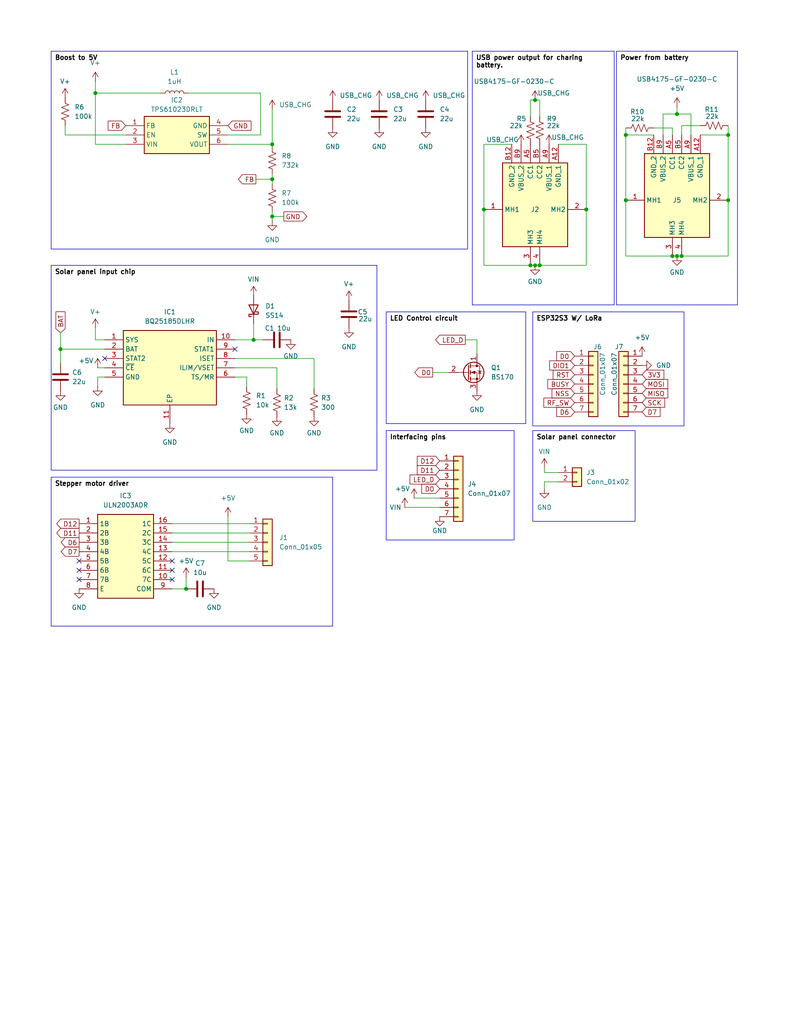
<source format=kicad_sch>
(kicad_sch (version 20250114) (generator "eeschema") (generator_version "9.0")
  (paper "A" portrait)
  (title_block (title "Buoy PCB") (date "2025-07-29") (rev "1.0") (company "EPIC Lab") (comment 1 "https://epic.eecs.utk.edu/index.html") (comment 2 "Engineers: Fahad, Imran; Barnes, Stanley"))
  (lib_symbols
    (symbol "BQ25185DLHR:BQ25185DLHR"
      (property "Reference" "IC" (at 31.75 7.62 0))
      (property "Value" "BQ25185DLHR" (at 31.75 5.08 0))
      (symbol "BQ25185DLHR_1_1"
        (rectangle (start 5.08 2.54) (end 30.48 -17.78) (stroke (width 0.254)) (fill (type background)))
        (pin passive line (at 0 0 0) (length 5.08) (name "SYS") (number "1"))
        (pin passive line (at 0 -2.54 0) (length 5.08) (name "BAT") (number "2"))
        (pin passive line (at 0 -5.08 0) (length 5.08) (name "STAT2") (number "3"))
        (pin passive line (at 0 -7.62 0) (length 5.08) (name "~{CE}") (number "4"))
        (pin passive line (at 0 -10.16 0) (length 5.08) (name "GND") (number "5"))
        (pin passive line (at 17.78 -22.86 90) (length 5.08) (name "EP") (number "11"))
        (pin passive line (at 35.56 0 180) (length 5.08) (name "IN") (number "10"))
        (pin passive line (at 35.56 -2.54 180) (length 5.08) (name "STAT1") (number "9"))
        (pin passive line (at 35.56 -5.08 180) (length 5.08) (name "ISET") (number "8"))
        (pin passive line (at 35.56 -7.62 180) (length 5.08) (name "ILIM/VSET") (number "7"))
        (pin passive line (at 35.56 -10.16 180) (length 5.08) (name "TS/MR") (number "6"))
      )
    )
    (symbol "Connector_Generic:Conn_01x02" (pin_names (offset 1.016) (hide yes))
      (property "Reference" "J" (at 0 2.54 0))
      (property "Value" "Conn_01x02" (at 0 -5.08 0))
      (symbol "Conn_01x02_1_1"
        (rectangle (start -1.27 1.27) (end 1.27 -3.81) (stroke (width 0.254)) (fill (type background)))
        (rectangle (start -1.27 0.127) (end 0 -0.127) (stroke (width 0.1524)))
        (rectangle (start -1.27 -2.413) (end 0 -2.667) (stroke (width 0.1524)))
        (pin passive line (at -5.08 0 0) (length 3.81) (name "Pin_1") (number "1"))
        (pin passive line (at -5.08 -2.54 0) (length 3.81) (name "Pin_2") (number "2"))
      )
    )
    (symbol "Connector_Generic:Conn_01x05" (pin_names (offset 1.016) (hide yes))
      (property "Reference" "J" (at 0 7.62 0))
      (property "Value" "Conn_01x05" (at 0 -7.62 0))
      (symbol "Conn_01x05_1_1"
        (rectangle (start -1.27 6.35) (end 1.27 -6.35) (stroke (width 0.254)) (fill (type background)))
        (rectangle (start -1.27 5.207) (end 0 4.953) (stroke (width 0.1524)))
        (rectangle (start -1.27 2.667) (end 0 2.413) (stroke (width 0.1524)))
        (rectangle (start -1.27 0.127) (end 0 -0.127) (stroke (width 0.1524)))
        (rectangle (start -1.27 -2.413) (end 0 -2.667) (stroke (width 0.1524)))
        (rectangle (start -1.27 -4.953) (end 0 -5.207) (stroke (width 0.1524)))
        (pin passive line (at -5.08 5.08 0) (length 3.81) (name "Pin_1") (number "1"))
        (pin passive line (at -5.08 2.54 0) (length 3.81) (name "Pin_2") (number "2"))
        (pin passive line (at -5.08 0 0) (length 3.81) (name "Pin_3") (number "3"))
        (pin passive line (at -5.08 -2.54 0) (length 3.81) (name "Pin_4") (number "4"))
        (pin passive line (at -5.08 -5.08 0) (length 3.81) (name "Pin_5") (number "5"))
      )
    )
    (symbol "Connector_Generic:Conn_01x07" (pin_names (offset 1.016) (hide yes))
      (property "Reference" "J" (at 0 10.16 0))
      (property "Value" "Conn_01x07" (at 0 -10.16 0))
      (symbol "Conn_01x07_1_1"
        (rectangle (start -1.27 8.89) (end 1.27 -8.89) (stroke (width 0.254)) (fill (type background)))
        (rectangle (start -1.27 7.747) (end 0 7.493) (stroke (width 0.1524)))
        (rectangle (start -1.27 5.207) (end 0 4.953) (stroke (width 0.1524)))
        (rectangle (start -1.27 2.667) (end 0 2.413) (stroke (width 0.1524)))
        (rectangle (start -1.27 0.127) (end 0 -0.127) (stroke (width 0.1524)))
        (rectangle (start -1.27 -2.413) (end 0 -2.667) (stroke (width 0.1524)))
        (rectangle (start -1.27 -4.953) (end 0 -5.207) (stroke (width 0.1524)))
        (rectangle (start -1.27 -7.493) (end 0 -7.747) (stroke (width 0.1524)))
        (pin passive line (at -5.08 7.62 0) (length 3.81) (name "Pin_1") (number "1"))
        (pin passive line (at -5.08 5.08 0) (length 3.81) (name "Pin_2") (number "2"))
        (pin passive line (at -5.08 2.54 0) (length 3.81) (name "Pin_3") (number "3"))
        (pin passive line (at -5.08 0 0) (length 3.81) (name "Pin_4") (number "4"))
        (pin passive line (at -5.08 -2.54 0) (length 3.81) (name "Pin_5") (number "5"))
        (pin passive line (at -5.08 -5.08 0) (length 3.81) (name "Pin_6") (number "6"))
        (pin passive line (at -5.08 -7.62 0) (length 3.81) (name "Pin_7") (number "7"))
      )
    )
    (symbol "Device:C" (pin_numbers (hide yes)) (pin_names (offset 0.254))
      (property "Reference" "C" (at 0.635 2.54 0))
      (property "Value" "C" (at 0.635 -2.54 0))
      (symbol "C_0_1"
        (polyline (pts (xy -2.032 0.762) (xy 2.032 0.762)) (stroke (width 0.508)))
        (polyline (pts (xy -2.032 -0.762) (xy 2.032 -0.762)) (stroke (width 0.508)))
      )
      (symbol "C_1_1"
        (pin passive line (at 0 3.81 270) (length 2.794) (name "~") (number "1"))
        (pin passive line (at 0 -3.81 90) (length 2.794) (name "~") (number "2"))
      )
    )
    (symbol "Device:L" (pin_numbers (hide yes)) (pin_names (offset 1.016) (hide yes))
      (property "Reference" "L" (at -1.27 0 90))
      (property "Value" "L" (at 1.905 0 90))
      (symbol "L_0_1"
        (arc (start 0 2.54) (mid 0.6323 1.905) (end 0 1.27))
        (arc (start 0 1.27) (mid 0.6323 0.635) (end 0 0))
        (arc (start 0 0) (mid 0.6323 -0.635) (end 0 -1.27))
        (arc (start 0 -1.27) (mid 0.6323 -1.905) (end 0 -2.54))
      )
      (symbol "L_1_1"
        (pin passive line (at 0 3.81 270) (length 1.27) (name "1") (number "1"))
        (pin passive line (at 0 -3.81 90) (length 1.27) (name "2") (number "2"))
      )
    )
    (symbol "Device:R_US" (pin_numbers (hide yes)) (pin_names (offset 0))
      (property "Reference" "R" (at 2.54 0 90))
      (property "Value" "R_US" (at -2.54 0 90))
      (symbol "R_US_0_1"
        (polyline (pts (xy 0 2.286) (xy 0 2.54)))
        (polyline (pts (xy 0 2.286) (xy 1.016 1.905) (xy 0 1.524) (xy -1.016 1.143) (xy 0 0.762)))
        (polyline (pts (xy 0 0.762) (xy 1.016 0.381) (xy 0 0) (xy -1.016 -0.381) (xy 0 -0.762)))
        (polyline (pts (xy 0 -0.762) (xy 1.016 -1.143) (xy 0 -1.524) (xy -1.016 -1.905) (xy 0 -2.286)))
        (polyline (pts (xy 0 -2.286) (xy 0 -2.54)))
      )
      (symbol "R_US_1_1"
        (pin passive line (at 0 3.81 270) (length 1.27) (name "~") (number "1"))
        (pin passive line (at 0 -3.81 90) (length 1.27) (name "~") (number "2"))
      )
    )
    (symbol "Diode:SS14" (pin_numbers (hide yes)) (pin_names (offset 1.016) (hide yes))
      (property "Reference" "D" (at 0 2.54 0))
      (property "Value" "SS14" (at 0 -2.54 0))
      (symbol "SS14_0_1"
        (polyline (pts (xy -1.905 0.635) (xy -1.905 1.27) (xy -1.27 1.27) (xy -1.27 -1.27) (xy -0.635 -1.27) (xy -0.635 -0.635)) (stroke (width 0.254)))
        (polyline (pts (xy 1.27 1.27) (xy 1.27 -1.27) (xy -1.27 0) (xy 1.27 1.27)) (stroke (width 0.254)))
        (polyline (pts (xy 1.27 0) (xy -1.27 0)))
      )
      (symbol "SS14_1_1"
        (pin passive line (at -3.81 0 0) (length 2.54) (name "K") (number "1"))
        (pin passive line (at 3.81 0 180) (length 2.54) (name "A") (number "2"))
      )
    )
    (symbol "TPS61023DRLT:TPS61023DRLT"
      (property "Reference" "IC" (at 24.13 7.62 0))
      (property "Value" "TPS61023DRLT" (at 24.13 5.08 0))
      (symbol "TPS61023DRLT_1_1"
        (rectangle (start 5.08 2.54) (end 22.86 -7.62) (stroke (width 0.254)) (fill (type background)))
        (pin passive line (at 0 0 0) (length 5.08) (name "FB") (number "1"))
        (pin passive line (at 0 -2.54 0) (length 5.08) (name "EN") (number "2"))
        (pin passive line (at 0 -5.08 0) (length 5.08) (name "VIN") (number "3"))
        (pin passive line (at 27.94 0 180) (length 5.08) (name "GND") (number "4"))
        (pin passive line (at 27.94 -2.54 180) (length 5.08) (name "SW") (number "5"))
        (pin passive line (at 27.94 -5.08 180) (length 5.08) (name "VOUT") (number "6"))
      )
    )
    (symbol "Transistor_FET:BS170" (pin_names (hide yes))
      (property "Reference" "Q" (at 5.08 1.905 0))
      (property "Value" "BS170" (at 5.08 0 0))
      (symbol "BS170_0_1"
        (polyline (pts (xy 0.254 1.905) (xy 0.254 -1.905)) (stroke (width 0.254)))
        (polyline (pts (xy 0.254 0) (xy -2.54 0)))
        (polyline (pts (xy 0.762 2.286) (xy 0.762 1.27)) (stroke (width 0.254)))
        (polyline (pts (xy 0.762 0.508) (xy 0.762 -0.508)) (stroke (width 0.254)))
        (polyline (pts (xy 0.762 -1.27) (xy 0.762 -2.286)) (stroke (width 0.254)))
        (polyline (pts (xy 0.762 -1.778) (xy 3.302 -1.778) (xy 3.302 1.778) (xy 0.762 1.778)))
        (polyline (pts (xy 1.016 0) (xy 2.032 0.381) (xy 2.032 -0.381) (xy 1.016 0)) (fill (type outline)))
        (circle (center 1.651 0) (radius 2.794) (stroke (width 0.254)))
        (polyline (pts (xy 2.54 2.54) (xy 2.54 1.778)))
        (circle (center 2.54 1.778) (radius 0.254) (fill (type outline)))
        (circle (center 2.54 -1.778) (radius 0.254) (fill (type outline)))
        (polyline (pts (xy 2.54 -2.54) (xy 2.54 0) (xy 0.762 0)))
        (polyline (pts (xy 2.794 0.508) (xy 2.921 0.381) (xy 3.683 0.381) (xy 3.81 0.254)))
        (polyline (pts (xy 3.302 0.381) (xy 2.921 -0.254) (xy 3.683 -0.254) (xy 3.302 0.381)))
      )
      (symbol "BS170_1_1"
        (pin input line (at -5.08 0 0) (length 2.54) (name "G") (number "2"))
        (pin passive line (at 2.54 5.08 270) (length 2.54) (name "D") (number "1"))
        (pin passive line (at 2.54 -5.08 90) (length 2.54) (name "S") (number "3"))
      )
    )
    (symbol "ULN2003ADR:ULN2003ADR"
      (property "Reference" "IC" (at 21.59 7.62 0))
      (property "Value" "ULN2003ADR" (at 21.59 5.08 0))
      (symbol "ULN2003ADR_1_1"
        (rectangle (start 5.08 2.54) (end 20.32 -20.32) (stroke (width 0.254)) (fill (type background)))
        (pin passive line (at 0 0 0) (length 5.08) (name "1B") (number "1"))
        (pin passive line (at 0 -2.54 0) (length 5.08) (name "2B") (number "2"))
        (pin passive line (at 0 -5.08 0) (length 5.08) (name "3B") (number "3"))
        (pin passive line (at 0 -7.62 0) (length 5.08) (name "4B") (number "4"))
        (pin passive line (at 0 -10.16 0) (length 5.08) (name "5B") (number "5"))
        (pin passive line (at 0 -12.7 0) (length 5.08) (name "6B") (number "6"))
        (pin passive line (at 0 -15.24 0) (length 5.08) (name "7B") (number "7"))
        (pin passive line (at 0 -17.78 0) (length 5.08) (name "E") (number "8"))
        (pin passive line (at 25.4 0 180) (length 5.08) (name "1C") (number "16"))
        (pin passive line (at 25.4 -2.54 180) (length 5.08) (name "2C") (number "15"))
        (pin passive line (at 25.4 -5.08 180) (length 5.08) (name "3C") (number "14"))
        (pin passive line (at 25.4 -7.62 180) (length 5.08) (name "4C") (number "13"))
        (pin passive line (at 25.4 -10.16 180) (length 5.08) (name "5C") (number "12"))
        (pin passive line (at 25.4 -12.7 180) (length 5.08) (name "6C") (number "11"))
        (pin passive line (at 25.4 -15.24 180) (length 5.08) (name "7C") (number "10"))
        (pin passive line (at 25.4 -17.78 180) (length 5.08) (name "COM") (number "9"))
      )
    )
    (symbol "USB4175-GF-0230-C:USB4175-GF-0230-C"
      (property "Reference" "J" (at 24.13 17.78 0))
      (property "Value" "USB4175-GF-0230-C" (at 24.13 15.24 0))
      (symbol "USB4175-GF-0230-C_1_1"
        (rectangle (start 5.08 12.7) (end 22.86 -10.16) (stroke (width 0.254)) (fill (type background)))
        (pin passive line (at 0 0 0) (length 5.08) (name "MH1") (number "1"))
        (pin passive line (at 7.62 17.78 270) (length 5.08) (name "GND_2") (number "B12"))
        (pin passive line (at 10.16 17.78 270) (length 5.08) (name "VBUS_2") (number "B9"))
        (pin passive line (at 12.7 17.78 270) (length 5.08) (name "CC1") (number "A5"))
        (pin passive line (at 12.7 -15.24 90) (length 5.08) (name "MH3") (number "3"))
        (pin passive line (at 15.24 17.78 270) (length 5.08) (name "CC2") (number "B5"))
        (pin passive line (at 15.24 -15.24 90) (length 5.08) (name "MH4") (number "4"))
        (pin passive line (at 17.78 17.78 270) (length 5.08) (name "VBUS_1") (number "A9"))
        (pin passive line (at 20.32 17.78 270) (length 5.08) (name "GND_1") (number "A12"))
        (pin passive line (at 27.94 0 180) (length 5.08) (name "MH2") (number "2"))
      )
    )
    (symbol "power:+1V0" (power) (pin_numbers (hide yes)) (pin_names (offset 0) (hide yes))
      (property "Value" "+1V0" (at 0 3.556 0))
      (symbol "+1V0_0_1"
        (polyline (pts (xy -0.762 1.27) (xy 0 2.54)))
        (polyline (pts (xy 0 2.54) (xy 0.762 1.27)))
        (polyline (pts (xy 0 0) (xy 0 2.54)))
      )
      (symbol "+1V0_1_1"
        (pin power_in line (at 0 0 90) (length 0) (name "~") (number "1"))
      )
    )
    (symbol "power:+5V" (power) (pin_numbers (hide yes)) (pin_names (offset 0) (hide yes))
      (property "Value" "+5V" (at 0 3.556 0))
      (symbol "+5V_0_1"
        (polyline (pts (xy -0.762 1.27) (xy 0 2.54)))
        (polyline (pts (xy 0 2.54) (xy 0.762 1.27)))
        (polyline (pts (xy 0 0) (xy 0 2.54)))
      )
      (symbol "+5V_1_1"
        (pin power_in line (at 0 0 90) (length 0) (name "~") (number "1"))
      )
    )
    (symbol "power:GND" (power) (pin_numbers (hide yes)) (pin_names (offset 0) (hide yes))
      (property "Value" "GND" (at 0 -3.81 0))
      (symbol "GND_0_1"
        (polyline (pts (xy 0 0) (xy 0 -1.27) (xy 1.27 -1.27) (xy 0 -2.54) (xy -1.27 -1.27) (xy 0 -1.27)))
      )
      (symbol "GND_1_1"
        (pin power_in line (at 0 0 270) (length 0) (name "~") (number "1"))
      )
    )
    (symbol "power:VCC" (power) (pin_numbers (hide yes)) (pin_names (offset 0) (hide yes))
      (property "Value" "VCC" (at 0 3.556 0))
      (symbol "VCC_0_1"
        (polyline (pts (xy -0.762 1.27) (xy 0 2.54)))
        (polyline (pts (xy 0 2.54) (xy 0.762 1.27)))
        (polyline (pts (xy 0 0) (xy 0 2.54)))
      )
      (symbol "VCC_1_1"
        (pin power_in line (at 0 0 90) (length 0) (name "~") (number "1"))
      )
    )
  )
  (text_box "Solar panel input chip" (at 13.97 72.39 0) (size 88.9 55.88) (margins 0.9525 0.9525 0.9525 0.9525) (effects (font (size 1.27 1.27) (thickness 0.254) (bold yes)) (justify left top)))
  (text_box "Interfacing pins\n" (at 105.41 117.475 0) (size 34.925 29.845) (margins 0.9525 0.9525 0.9525 0.9525) (effects (font (size 1.27 1.27) (thickness 0.254) (bold yes)) (justify left top)))
  (text_box "Power from battery" (at 168.275 13.97 0) (size 33.02 69.215) (margins 0.9525 0.9525 0.9525 0.9525) (effects (font (size 1.27 1.27) (thickness 0.254) (bold yes)) (justify left top)))
  (text_box "Boost to 5V" (at 13.97 13.97 0) (size 113.665 53.975) (margins 0.9525 0.9525 0.9525 0.9525) (effects (font (size 1.27 1.27) (thickness 0.254) (bold yes)) (justify left top)))
  (text_box "Stepper motor driver" (at 13.97 130.175 0) (size 76.835 40.64) (margins 0.9525 0.9525 0.9525 0.9525) (effects (font (size 1.27 1.27) (thickness 0.254) (bold yes)) (justify left top)))
  (text_box "LED Control circuit" (at 105.41 85.09 0) (size 38.1 30.48) (margins 0.9525 0.9525 0.9525 0.9525) (effects (font (size 1.27 1.27) (thickness 0.254) (bold yes)) (justify left top)))
  (text_box "ESP32S3 W/ LoRa" (at 145.415 85.09 0) (size 41.275 31.115) (margins 0.9525 0.9525 0.9525 0.9525) (effects (font (size 1.27 1.27) (thickness 0.254) (bold yes)) (justify left top)))
  (text_box "USB power output for charing battery.\n" (at 128.905 13.97 0) (size 38.735 69.215) (margins 0.9525 0.9525 0.9525 0.9525) (effects (font (size 1.27 1.27) (thickness 0.254) (bold yes)) (justify left top)))
  (text_box "Solar panel connector" (at 145.415 117.475 0) (size 27.94 24.765) (margins 0.9525 0.9525 0.9525 0.9525) (effects (font (size 1.27 1.27) (thickness 0.254) (bold yes)) (justify left top)))
  (junction (at 147.32 72.39))
  (junction (at 186.055 69.85))
  (junction (at 184.785 31.115))
  (junction (at 198.755 54.61))
  (junction (at 146.05 27.305))
  (junction (at 144.78 72.39))
  (junction (at 198.755 36.83))
  (junction (at 69.215 92.71))
  (junction (at 170.815 36.83))
  (junction (at 74.295 59.055))
  (junction (at 146.05 72.39))
  (junction (at 26.035 25.4))
  (junction (at 170.815 54.61))
  (junction (at 50.8 160.655))
  (junction (at 16.51 95.25))
  (junction (at 160.02 57.15))
  (junction (at 74.295 48.895))
  (junction (at 183.515 69.85))
  (junction (at 184.785 69.85))
  (junction (at 74.295 39.37))
  (junction (at 132.08 57.15))
  (no_connect (at 21.59 153.035))
  (no_connect (at 21.59 155.575))
  (no_connect (at 21.59 158.115))
  (no_connect (at 28.575 97.79))
  (no_connect (at 46.99 158.115))
  (no_connect (at 46.99 153.035))
  (no_connect (at 46.99 155.575))
  (no_connect (at 64.135 95.25))
  (wire (pts (xy 139.7 39.37) (xy 132.08 39.37)))
  (wire (pts (xy 71.12 36.83) (xy 71.12 25.4)))
  (wire (pts (xy 183.515 34.925) (xy 183.515 36.83)))
  (wire (pts (xy 152.4 128.905) (xy 148.59 128.905)))
  (wire (pts (xy 160.02 57.15) (xy 160.02 72.39)))
  (wire (pts (xy 75.565 106.045) (xy 75.565 100.33)))
  (wire (pts (xy 186.055 34.29) (xy 191.135 34.29)))
  (wire (pts (xy 75.565 100.33) (xy 64.135 100.33)))
  (wire (pts (xy 160.02 72.39) (xy 147.32 72.39)))
  (wire (pts (xy 67.945 153.035) (xy 62.23 153.035)))
  (wire (pts (xy 147.32 27.305) (xy 146.05 27.305)))
  (wire (pts (xy 178.435 36.83) (xy 170.815 36.83)))
  (wire (pts (xy 69.215 92.71) (xy 71.755 92.71)))
  (wire (pts (xy 26.035 22.225) (xy 26.035 25.4)))
  (wire (pts (xy 152.4 131.445) (xy 148.59 131.445)))
  (wire (pts (xy 144.78 27.305) (xy 146.05 27.305)))
  (wire (pts (xy 74.295 59.055) (xy 74.295 60.325)))
  (wire (pts (xy 26.035 39.37) (xy 34.29 39.37)))
  (wire (pts (xy 28.575 100.33) (xy 26.67 100.33)))
  (wire (pts (xy 26.035 92.71) (xy 28.575 92.71)))
  (wire (pts (xy 50.8 157.48) (xy 50.8 160.655)))
  (wire (pts (xy 50.8 160.655) (xy 46.99 160.655)))
  (wire (pts (xy 26.67 102.87) (xy 26.67 105.41)))
  (wire (pts (xy 132.08 57.15) (xy 132.08 72.39)))
  (wire (pts (xy 85.725 97.79) (xy 85.725 106.045)))
  (wire (pts (xy 186.055 69.85) (xy 198.755 69.85)))
  (wire (pts (xy 46.99 147.955) (xy 67.945 147.955)))
  (wire (pts (xy 183.515 34.925) (xy 178.435 34.925)))
  (wire (pts (xy 74.295 47.625) (xy 74.295 48.895)))
  (wire (pts (xy 69.85 48.895) (xy 74.295 48.895)))
  (wire (pts (xy 74.295 57.785) (xy 74.295 59.055)))
  (wire (pts (xy 186.055 36.83) (xy 186.055 34.29)))
  (wire (pts (xy 16.51 90.805) (xy 16.51 95.25)))
  (wire (pts (xy 132.08 39.37) (xy 132.08 57.15)))
  (wire (pts (xy 170.815 69.85) (xy 183.515 69.85)))
  (wire (pts (xy 17.78 36.83) (xy 34.29 36.83)))
  (wire (pts (xy 148.59 128.905) (xy 148.59 127.635)))
  (wire (pts (xy 16.51 95.25) (xy 16.51 99.06)))
  (wire (pts (xy 144.78 31.75) (xy 144.78 27.305)))
  (wire (pts (xy 67.31 102.87) (xy 67.31 105.41)))
  (wire (pts (xy 113.03 135.89) (xy 120.015 135.89)))
  (wire (pts (xy 147.32 31.75) (xy 147.32 27.305)))
  (wire (pts (xy 62.23 140.97) (xy 62.23 153.035)))
  (wire (pts (xy 51.435 25.4) (xy 71.12 25.4)))
  (wire (pts (xy 184.785 31.115) (xy 180.975 31.115)))
  (wire (pts (xy 198.755 69.85) (xy 198.755 54.61)))
  (wire (pts (xy 69.215 88.265) (xy 69.215 92.71)))
  (wire (pts (xy 184.785 69.85) (xy 186.055 69.85)))
  (wire (pts (xy 127 92.71) (xy 130.175 92.71)))
  (wire (pts (xy 46.99 145.415) (xy 67.945 145.415)))
  (wire (pts (xy 132.08 72.39) (xy 144.78 72.39)))
  (wire (pts (xy 170.815 54.61) (xy 170.815 69.85)))
  (wire (pts (xy 74.295 29.845) (xy 74.295 39.37)))
  (wire (pts (xy 64.135 97.79) (xy 85.725 97.79)))
  (wire (pts (xy 170.815 36.83) (xy 170.815 54.61)))
  (wire (pts (xy 28.575 102.87) (xy 26.67 102.87)))
  (wire (pts (xy 146.05 72.39) (xy 147.32 72.39)))
  (wire (pts (xy 191.135 36.83) (xy 198.755 36.83)))
  (wire (pts (xy 64.135 102.87) (xy 67.31 102.87)))
  (wire (pts (xy 46.99 142.875) (xy 67.945 142.875)))
  (wire (pts (xy 152.4 39.37) (xy 160.02 39.37)))
  (wire (pts (xy 28.575 95.25) (xy 16.51 95.25)))
  (wire (pts (xy 64.135 92.71) (xy 69.215 92.71)))
  (wire (pts (xy 144.78 72.39) (xy 146.05 72.39)))
  (wire (pts (xy 148.59 131.445) (xy 148.59 133.35)))
  (wire (pts (xy 74.295 59.055) (xy 77.47 59.055)))
  (wire (pts (xy 26.035 25.4) (xy 43.815 25.4)))
  (wire (pts (xy 198.755 34.29) (xy 198.755 36.83)))
  (wire (pts (xy 26.035 89.535) (xy 26.035 92.71)))
  (wire (pts (xy 183.515 69.85) (xy 184.785 69.85)))
  (wire (pts (xy 62.23 39.37) (xy 74.295 39.37)))
  (wire (pts (xy 74.295 48.895) (xy 74.295 50.165)))
  (wire (pts (xy 160.02 39.37) (xy 160.02 57.15)))
  (wire (pts (xy 188.595 36.83) (xy 188.595 31.115)))
  (wire (pts (xy 198.755 36.83) (xy 198.755 54.61)))
  (wire (pts (xy 188.595 31.115) (xy 184.785 31.115)))
  (wire (pts (xy 180.975 31.115) (xy 180.975 36.83)))
  (wire (pts (xy 26.035 39.37) (xy 26.035 25.4)))
  (wire (pts (xy 74.295 39.37) (xy 74.295 40.005)))
  (wire (pts (xy 46.99 150.495) (xy 67.945 150.495)))
  (wire (pts (xy 170.815 34.925) (xy 170.815 36.83)))
  (wire (pts (xy 130.175 92.71) (xy 130.175 96.52)))
  (wire (pts (xy 17.78 36.83) (xy 17.78 34.29)))
  (wire (pts (xy 62.23 36.83) (xy 71.12 36.83)))
  (wire (pts (xy 184.785 29.21) (xy 184.785 31.115)))
  (wire (pts (xy 110.49 138.43) (xy 120.015 138.43)))
  (wire (pts (xy 118.11 101.6) (xy 122.555 101.6)))
  (global_label "RF_SW" (shape input) (at 156.845 109.855 180) (property "Intersheetrefs" "${INTERSHEET_REFS}" (effects (hide yes))))
  (global_label "DIO1" (shape input) (at 156.845 99.695 180) (property "Intersheetrefs" "${INTERSHEET_REFS}" (effects (hide yes))))
  (global_label "D12" (shape input) (at 120.015 125.73 180) (property "Intersheetrefs" "${INTERSHEET_REFS}" (effects (hide yes))))
  (global_label "D6" (shape input) (at 156.845 112.395 180) (property "Intersheetrefs" "${INTERSHEET_REFS}" (effects (hide yes))))
  (global_label "D7" (shape input) (at 175.26 112.395 0) (property "Intersheetrefs" "${INTERSHEET_REFS}" (effects (hide yes))))
  (global_label "D0" (shape input) (at 120.015 133.35 180) (property "Intersheetrefs" "${INTERSHEET_REFS}" (effects (hide yes))))
  (global_label "NSS" (shape input) (at 156.845 107.315 180) (property "Intersheetrefs" "${INTERSHEET_REFS}" (effects (hide yes))))
  (global_label "GND" (shape output) (at 77.47 59.055 0) (property "Intersheetrefs" "${INTERSHEET_REFS}" (effects (hide yes))))
  (global_label "GND" (shape input) (at 62.23 34.29 0) (property "Intersheetrefs" "${INTERSHEET_REFS}" (effects (hide yes))))
  (global_label "D11" (shape input) (at 120.015 128.27 180) (property "Intersheetrefs" "${INTERSHEET_REFS}" (effects (hide yes))))
  (global_label "MISO" (shape input) (at 175.26 107.315 0) (property "Intersheetrefs" "${INTERSHEET_REFS}" (effects (hide yes))))
  (global_label "FB" (shape input) (at 34.29 34.29 180) (property "Intersheetrefs" "${INTERSHEET_REFS}" (effects (hide yes))))
  (global_label "3V3" (shape input) (at 175.26 102.235 0) (property "Intersheetrefs" "${INTERSHEET_REFS}" (effects (hide yes))))
  (global_label "LED_D" (shape output) (at 127 92.71 180) (effects (font (thickness 0.1588))) (property "Intersheetrefs" "${INTERSHEET_REFS}" (effects (hide yes))))
  (global_label "D0" (shape output) (at 118.11 101.6 180) (property "Intersheetrefs" "${INTERSHEET_REFS}" (effects (hide yes))))
  (global_label "D0" (shape input) (at 156.845 97.155 180) (property "Intersheetrefs" "${INTERSHEET_REFS}" (effects (hide yes))))
  (global_label "SCK" (shape input) (at 175.26 109.855 0) (property "Intersheetrefs" "${INTERSHEET_REFS}" (effects (hide yes))))
  (global_label "D11" (shape output) (at 21.59 145.415 180) (property "Intersheetrefs" "${INTERSHEET_REFS}" (effects (hide yes))))
  (global_label "D12" (shape output) (at 21.59 142.875 180) (property "Intersheetrefs" "${INTERSHEET_REFS}" (effects (hide yes))))
  (global_label "BUSY" (shape input) (at 156.845 104.775 180) (property "Intersheetrefs" "${INTERSHEET_REFS}" (effects (hide yes))))
  (global_label "FB" (shape output) (at 69.85 48.895 180) (property "Intersheetrefs" "${INTERSHEET_REFS}" (effects (hide yes))))
  (global_label "BAT" (shape input) (at 16.51 90.805 90) (property "Intersheetrefs" "${INTERSHEET_REFS}" (effects (hide yes))))
  (global_label "RST" (shape input) (at 156.845 102.235 180) (property "Intersheetrefs" "${INTERSHEET_REFS}" (effects (hide yes))))
  (global_label "D7" (shape output) (at 21.59 150.495 180) (property "Intersheetrefs" "${INTERSHEET_REFS}" (effects (hide yes))))
  (global_label "D6" (shape output) (at 21.59 147.955 180) (property "Intersheetrefs" "${INTERSHEET_REFS}" (effects (hide yes))))
  (global_label "MOSI" (shape input) (at 175.26 104.775 0) (property "Intersheetrefs" "${INTERSHEET_REFS}" (effects (hide yes))))
  (global_label "LED_D" (shape input) (at 120.015 130.81 180) (property "Intersheetrefs" "${INTERSHEET_REFS}" (effects (hide yes))))
  (symbol (lib_id "power:GND") (at 85.725 113.665 0) (unit 1)
    (property "Reference" "#PWR010" (effects (hide yes)))
    (property "Value" "GND" (at 85.725 118.11 0))
    (property "Description" "Power symbol creates a global label with name \"GND\" , ground" (effects (hide yes)))
  )
  (symbol (lib_id "power:GND") (at 116.205 34.925 0) (unit 1)
    (property "Reference" "#PWR021" (effects (hide yes)))
    (property "Value" "GND" (at 116.205 40.005 0))
    (property "Description" "Power symbol creates a global label with name \"GND\" , ground" (effects (hide yes)))
  )
  (symbol (lib_id "power:VCC") (at 69.215 80.645 0) (unit 1)
    (property "Reference" "#PWR01" (effects (hide yes)))
    (property "Value" "VIN" (at 69.215 76.2 0))
    (property "Description" "Power symbol creates a global label with name \"VCC\"" (effects (hide yes)))
  )
  (symbol (lib_id "power:GND") (at 95.25 89.535 0) (unit 1)
    (property "Reference" "#PWR023" (effects (hide yes)))
    (property "Value" "GND" (at 95.25 94.615 0))
    (property "Description" "Power symbol creates a global label with name \"GND\" , ground" (effects (hide yes)))
  )
  (symbol (lib_id "power:GND") (at 26.67 105.41 0) (unit 1)
    (property "Reference" "#PWR03" (effects (hide yes)))
    (property "Value" "GND" (at 26.67 110.49 0))
    (property "Description" "Power symbol creates a global label with name \"GND\" , ground" (effects (hide yes)))
  )
  (symbol (lib_id "power:GND") (at 67.31 113.03 0) (unit 1)
    (property "Reference" "#PWR08" (effects (hide yes)))
    (property "Value" "GND" (at 67.31 117.475 0))
    (property "Description" "Power symbol creates a global label with name \"GND\" , ground" (effects (hide yes)))
  )
  (symbol (lib_id "Transistor_FET:BS170") (at 127.635 101.6 0) (unit 1)
    (property "Reference" "Q1" (at 133.985 100.3299 0) (effects (justify left)))
    (property "Value" "BS170" (at 133.985 102.8699 0) (effects (justify left)))
    (property "Footprint" "Package_TO_SOT_THT:TO-92_Inline" (effects (hide yes)))
    (property "Datasheet" "https://www.onsemi.com/pub/Collateral/BS170-D.PDF" (effects (hide yes)))
    (property "Description" "0.5A Id, 60V Vds, N-Channel MOSFET, TO-92" (effects (hide yes)))
  )
  (symbol (lib_id "power:GND") (at 75.565 113.665 0) (unit 1)
    (property "Reference" "#PWR09" (effects (hide yes)))
    (property "Value" "GND" (at 75.565 118.11 0))
    (property "Description" "Power symbol creates a global label with name \"GND\" , ground" (effects (hide yes)))
  )
  (symbol (lib_id "Device:C") (at 116.205 31.115 0) (unit 1)
    (property "Reference" "C4" (at 120.015 29.8449 0) (effects (justify left)))
    (property "Value" "22u" (at 120.015 32.3849 0) (effects (justify left)))
    (property "Footprint" "Capacitor_SMD:C_1206_3216Metric_Pad1.33x1.80mm_HandSolder" (effects (hide yes)))
    (property "Description" "Unpolarized capacitor" (effects (hide yes)))
  )
  (symbol (lib_id "power:GND") (at 58.42 160.655 0) (unit 1)
    (property "Reference" "#PWR032" (effects (hide yes)))
    (property "Value" "GND" (at 58.42 165.735 0))
    (property "Description" "Power symbol creates a global label with name \"GND\" , ground" (effects (hide yes)))
  )
  (symbol (lib_id "Connector_Generic:Conn_01x07") (at 170.18 104.775 0) (mirror y) (unit 1)
    (property "Reference" "J7" (at 170.18 94.615 0) (effects (justify left)))
    (property "Value" "Conn_01x07" (at 167.64 107.95 90) (effects (justify left)))
    (property "Footprint" "Connector_PinSocket_2.54mm:PinSocket_1x07_P2.54mm_Vertical" (effects (hide yes)))
    (property "Description" "Generic connector, single row, 01x07, script generated (kicad-library-utils/schlib/autogen/connector/)" (effects (hide yes)))
  )
  (symbol (lib_id "Connector_Generic:Conn_01x02") (at 157.48 128.905 0) (unit 1)
    (property "Reference" "J3" (at 160.02 128.9049 0) (effects (justify left)))
    (property "Value" "Conn_01x02" (at 160.02 131.4449 0) (effects (justify left)))
    (property "Footprint" "Connector_JST:JST_PH_B2B-PH-K_1x02_P2.00mm_Vertical" (effects (hide yes)))
    (property "Description" "Generic connector, single row, 01x02, script generated (kicad-library-utils/schlib/autogen/connector/)" (effects (hide yes)))
  )
  (symbol (lib_id "USB4175-GF-0230-C:USB4175-GF-0230-C") (at 170.815 54.61 0) (unit 1)
    (property "Reference" "J5" (at 184.785 54.61 0))
    (property "Value" "USB4175-GF-0230-C" (at 184.785 21.59 0))
    (property "Footprint" "USB4175GF0230C" (effects (hide yes)))
    (property "Datasheet" "https://gct.co/Files/Drawings/USB4175.pdf?v=f438f642-fd83-4aaa-9c7a-56b3455f7c1d" (effects (hide yes)))
    (property "Description" "USB-C (USB TYPE-C) Receptacle Connector 24 (6+18 Dummy) Position Surface Mount, Through Hole" (effects (hide yes)))
    (property "Height" "13.2" (effects (hide yes)))
    (property "Mouser Part Number" "640-USB4175-GF-0230C" (effects (hide yes)))
    (property "Mouser Price/Stock" "https://www.mouser.co.uk/ProductDetail/GCT/USB4175-GF-0230-C?qs=Jm2GQyTW%2FbiiPMBQPQ2ZWw%3D%3D" (effects (hide yes)))
    (property "Manufacturer_Name" "GCT (GLOBAL CONNECTOR TECHNOLOGY)" (effects (hide yes)))
    (property "Manufacturer_Part_Number" "USB4175-GF-0230-C" (effects (hide yes)))
  )
  (symbol (lib_id "power:GND") (at 175.26 99.695 90) (unit 1)
    (property "Reference" "#PWR07" (effects (hide yes)))
    (property "Value" "GND" (at 179.07 99.6949 90) (effects (justify right)))
    (property "Description" "Power symbol creates a global label with name \"GND\" , ground" (effects (hide yes)))
  )
  (symbol (lib_id "power:+5V") (at 149.86 39.37 0) (unit 1)
    (property "Reference" "#PWR025" (effects (hide yes)))
    (property "Value" "USB_CHG" (at 154.94 37.465 0))
    (property "Description" "Power symbol creates a global label with name \"+5V\"" (effects (hide yes)))
  )
  (symbol (lib_id "power:GND") (at 74.295 60.325 0) (unit 1)
    (property "Reference" "#PWR013" (effects (hide yes)))
    (property "Value" "GND" (at 74.295 65.405 0))
    (property "Description" "Power symbol creates a global label with name \"GND\" , ground" (effects (hide yes)))
  )
  (symbol (lib_id "Device:C") (at 16.51 102.87 0) (unit 1)
    (property "Reference" "C6" (at 19.685 101.5999 0) (effects (justify left)))
    (property "Value" "22u" (at 19.685 104.1399 0) (effects (justify left)))
    (property "Footprint" "Capacitor_SMD:C_1206_3216Metric_Pad1.33x1.80mm_HandSolder" (effects (hide yes)))
    (property "Description" "Unpolarized capacitor" (effects (hide yes)))
  )
  (symbol (lib_id "Device:C") (at 54.61 160.655 90) (unit 1)
    (property "Reference" "C7" (at 54.61 153.67 90))
    (property "Value" "10u" (at 54.61 156.21 90))
    (property "Footprint" "Capacitor_SMD:C_1206_3216Metric_Pad1.33x1.80mm_HandSolder" (effects (hide yes)))
    (property "Description" "Unpolarized capacitor" (effects (hide yes)))
  )
  (symbol (lib_id "Device:R_US") (at 85.725 109.855 0) (unit 1)
    (property "Reference" "R3" (at 87.63 108.5849 0) (effects (justify left)))
    (property "Value" "300" (at 87.63 111.1249 0) (effects (justify left)))
    (property "Footprint" "Resistor_SMD:R_1206_3216Metric_Pad1.30x1.75mm_HandSolder" (effects (hide yes)))
    (property "Description" "Resistor, US symbol" (effects (hide yes)))
  )
  (symbol (lib_id "power:+5V") (at 103.505 27.305 0) (unit 1)
    (property "Reference" "#PWR017" (effects (hide yes)))
    (property "Value" "USB_CHG" (at 105.41 26.0349 0) (effects (justify left)))
    (property "Description" "Power symbol creates a global label with name \"+5V\"" (effects (hide yes)))
  )
  (symbol (lib_id "power:+1V0") (at 95.25 81.915 0) (unit 1)
    (property "Reference" "#PWR022" (effects (hide yes)))
    (property "Value" "V+" (at 95.25 77.47 0))
    (property "Description" "Power symbol creates a global label with name \"+1V0\"" (effects (hide yes)))
  )
  (symbol (lib_id "power:GND") (at 79.375 92.71 0) (unit 1)
    (property "Reference" "#PWR05" (effects (hide yes)))
    (property "Value" "GND" (at 79.375 97.155 0))
    (property "Description" "Power symbol creates a global label with name \"GND\" , ground" (effects (hide yes)))
  )
  (symbol (lib_id "Device:R_US") (at 67.31 109.22 0) (unit 1)
    (property "Reference" "R1" (at 69.85 107.9499 0) (effects (justify left)))
    (property "Value" "10k" (at 69.85 110.4899 0) (effects (justify left)))
    (property "Footprint" "Resistor_SMD:R_1206_3216Metric_Pad1.30x1.75mm_HandSolder" (effects (hide yes)))
    (property "Description" "Resistor, US symbol" (effects (hide yes)))
  )
  (symbol (lib_id "power:+5V") (at 116.205 27.305 0) (unit 1)
    (property "Reference" "#PWR018" (effects (hide yes)))
    (property "Value" "USB_CHG" (at 118.11 26.0349 0) (effects (justify left)))
    (property "Description" "Power symbol creates a global label with name \"+5V\"" (effects (hide yes)))
  )
  (symbol (lib_id "Connector_Generic:Conn_01x07") (at 161.925 104.775 0) (unit 1)
    (property "Reference" "J6" (at 161.925 94.615 0) (effects (justify left)))
    (property "Value" "Conn_01x07" (at 164.465 107.95 90) (effects (justify left)))
    (property "Footprint" "Connector_PinSocket_2.54mm:PinSocket_1x07_P2.54mm_Vertical" (effects (hide yes)))
    (property "Description" "Generic connector, single row, 01x07, script generated (kicad-library-utils/schlib/autogen/connector/)" (effects (hide yes)))
  )
  (symbol (lib_id "Device:C") (at 95.25 85.725 180) (unit 1)
    (property "Reference" "C5" (at 100.33 85.09 0) (effects (justify left)))
    (property "Value" "22u" (at 101.6 86.995 0) (effects (justify left)))
    (property "Footprint" "Capacitor_SMD:C_1206_3216Metric_Pad1.33x1.80mm_HandSolder" (effects (hide yes)))
    (property "Description" "Unpolarized capacitor" (effects (hide yes)))
  )
  (symbol (lib_id "power:+5V") (at 146.05 27.305 0) (unit 1)
    (property "Reference" "#PWR041" (effects (hide yes)))
    (property "Value" "USB_CHG" (at 151.13 25.4 0))
    (property "Description" "Power symbol creates a global label with name \"+5V\"" (effects (hide yes)))
  )
  (symbol (lib_id "power:GND") (at 21.59 160.655 0) (unit 1)
    (property "Reference" "#PWR039" (effects (hide yes)))
    (property "Value" "GND" (at 21.59 165.735 0))
    (property "Description" "Power symbol creates a global label with name \"GND\" , ground" (effects (hide yes)))
  )
  (symbol (lib_id "USB4175-GF-0230-C:USB4175-GF-0230-C") (at 132.08 57.15 0) (unit 1)
    (property "Reference" "J2" (at 146.05 57.15 0))
    (property "Value" "USB4175-GF-0230-C" (at 140.335 22.225 0))
    (property "Footprint" "USB4175GF0230C" (effects (hide yes)))
    (property "Datasheet" "https://gct.co/Files/Drawings/USB4175.pdf?v=f438f642-fd83-4aaa-9c7a-56b3455f7c1d" (effects (hide yes)))
    (property "Description" "USB-C (USB TYPE-C) Receptacle Connector 24 (6+18 Dummy) Position Surface Mount, Through Hole" (effects (hide yes)))
    (property "Height" "13.2" (effects (hide yes)))
    (property "Mouser Part Number" "640-USB4175-GF-0230C" (effects (hide yes)))
    (property "Mouser Price/Stock" "https://www.mouser.co.uk/ProductDetail/GCT/USB4175-GF-0230-C?qs=Jm2GQyTW%2FbiiPMBQPQ2ZWw%3D%3D" (effects (hide yes)))
    (property "Manufacturer_Name" "GCT (GLOBAL CONNECTOR TECHNOLOGY)" (effects (hide yes)))
    (property "Manufacturer_Part_Number" "USB4175-GF-0230-C" (effects (hide yes)))
  )
  (symbol (lib_id "power:GND") (at 120.015 140.97 0) (unit 1)
    (property "Reference" "#PWR038" (effects (hide yes)))
    (property "Value" "GND" (at 120.015 144.78 0))
    (property "Description" "Power symbol creates a global label with name \"GND\" , ground" (effects (hide yes)))
  )
  (symbol (lib_id "power:GND") (at 184.785 69.85 0) (unit 1)
    (property "Reference" "#PWR042" (effects (hide yes)))
    (property "Value" "GND" (at 184.785 74.295 0))
    (property "Description" "Power symbol creates a global label with name \"GND\" , ground" (effects (hide yes)))
  )
  (symbol (lib_id "power:GND") (at 90.805 34.925 0) (unit 1)
    (property "Reference" "#PWR019" (effects (hide yes)))
    (property "Value" "GND" (at 90.805 40.005 0))
    (property "Description" "Power symbol creates a global label with name \"GND\" , ground" (effects (hide yes)))
  )
  (symbol (lib_id "Connector_Generic:Conn_01x07") (at 125.095 133.35 0) (unit 1)
    (property "Reference" "J4" (at 127.635 132.0799 0) (effects (justify left)))
    (property "Value" "Conn_01x07" (at 127.635 134.6199 0) (effects (justify left)))
    (property "Footprint" "Connector_PinHeader_2.54mm:PinHeader_1x07_P2.54mm_Vertical" (effects (hide yes)))
    (property "Description" "Generic connector, single row, 01x07, script generated (kicad-library-utils/schlib/autogen/connector/)" (effects (hide yes)))
  )
  (symbol (lib_id "ULN2003ADR:ULN2003ADR") (at 21.59 142.875 0) (unit 1)
    (property "Reference" "IC3" (at 34.29 135.255 0))
    (property "Value" "ULN2003ADR" (at 34.29 137.795 0))
    (property "Footprint" "footprints:SOIC127P600X175-16N" (effects (hide yes)))
    (property "Datasheet" "http://www.ti.com/lit/ds/symlink/uln2003a.pdf" (effects (hide yes)))
    (property "Description" "Trans Darlington NPN 50V 0.5A SOIC16 Texas Instruments ULN2003ADR, 7-element NPN Darlington Transistor Array, 0.5 A 50 V, 16-Pin SOIC" (effects (hide yes)))
    (property "Height" "1.75" (effects (hide yes)))
    (property "Mouser Part Number" "595-ULN2003ADR" (effects (hide yes)))
    (property "Mouser Price/Stock" "https://www.mouser.co.uk/ProductDetail/Texas-Instruments/ULN2003ADR?qs=D5pVkbrsqqI8WxXD0eSvDA%3D%3D" (effects (hide yes)))
    (property "Manufacturer_Name" "Texas Instruments" (effects (hide yes)))
    (property "Manufacturer_Part_Number" "ULN2003ADR" (effects (hide yes)))
  )
  (symbol (lib_id "Device:R_US") (at 74.295 53.975 0) (unit 1)
    (property "Reference" "R7" (at 76.835 52.7049 0) (effects (justify left)))
    (property "Value" "100k" (at 76.835 55.2449 0) (effects (justify left)))
    (property "Footprint" "Resistor_SMD:R_1206_3216Metric_Pad1.30x1.75mm_HandSolder" (effects (hide yes)))
    (property "Description" "Resistor, US symbol" (effects (hide yes)))
  )
  (symbol (lib_id "power:+1V0") (at 110.49 138.43 0) (unit 1)
    (property "Reference" "#PWR037" (effects (hide yes)))
    (property "Value" "VIN" (at 107.95 138.43 0))
    (property "Description" "Power symbol creates a global label with name \"+1V0\"" (effects (hide yes)))
  )
  (symbol (lib_id "power:GND") (at 103.505 34.925 0) (unit 1)
    (property "Reference" "#PWR020" (effects (hide yes)))
    (property "Value" "GND" (at 103.505 40.005 0))
    (property "Description" "Power symbol creates a global label with name \"GND\" , ground" (effects (hide yes)))
  )
  (symbol (lib_id "power:+1V0") (at 17.78 26.67 0) (unit 1)
    (property "Reference" "#PWR012" (effects (hide yes)))
    (property "Value" "V+" (at 17.78 22.225 0))
    (property "Description" "Power symbol creates a global label with name \"+1V0\"" (effects (hide yes)))
  )
  (symbol (lib_id "Device:R_US") (at 74.295 43.815 0) (unit 1)
    (property "Reference" "R8" (at 76.835 42.5449 0) (effects (justify left)))
    (property "Value" "732k" (at 76.835 45.0849 0) (effects (justify left)))
    (property "Footprint" "Resistor_SMD:R_1206_3216Metric_Pad1.30x1.75mm_HandSolder" (effects (hide yes)))
    (property "Description" "Resistor, US symbol" (effects (hide yes)))
  )
  (symbol (lib_id "Device:C") (at 103.505 31.115 0) (unit 1)
    (property "Reference" "C3" (at 107.315 29.8449 0) (effects (justify left)))
    (property "Value" "22u" (at 107.315 32.3849 0) (effects (justify left)))
    (property "Footprint" "Capacitor_SMD:C_1206_3216Metric_Pad1.33x1.80mm_HandSolder" (effects (hide yes)))
    (property "Description" "Unpolarized capacitor" (effects (hide yes)))
  )
  (symbol (lib_id "Device:C") (at 90.805 31.115 0) (unit 1)
    (property "Reference" "C2" (at 94.615 29.8449 0) (effects (justify left)))
    (property "Value" "22u" (at 94.615 32.3849 0) (effects (justify left)))
    (property "Footprint" "Capacitor_SMD:C_1206_3216Metric_Pad1.33x1.80mm_HandSolder" (effects (hide yes)))
    (property "Description" "Unpolarized capacitor" (effects (hide yes)))
  )
  (symbol (lib_id "power:GND") (at 46.355 115.57 0) (unit 1)
    (property "Reference" "#PWR04" (effects (hide yes)))
    (property "Value" "GND" (at 46.355 120.65 0))
    (property "Description" "Power symbol creates a global label with name \"GND\" , ground" (effects (hide yes)))
  )
  (symbol (lib_id "BQ25185DLHR:BQ25185DLHR") (at 28.575 92.71 0) (unit 1)
    (property "Reference" "IC1" (at 46.355 85.09 0))
    (property "Value" "BQ25185DLHR" (at 46.355 87.63 0))
    (property "Footprint" "footprints:SON40P220X200X80-11N" (effects (hide yes)))
    (property "Datasheet" "https://www.ti.com/lit/ds/symlink/bq25185.pdf?ts=1706857561339&ref_url=https%253A%252F%252Fwww.ti.com%252Fproduct%252FBQ25185" (effects (hide yes)))
    (property "Description" "Battery Management NPI  1-CELL 1A STANDALONE LNR HRGR" (effects (hide yes)))
    (property "Height" "0.8" (effects (hide yes)))
    (property "Mouser Part Number" "595-BQ25185DLHR" (effects (hide yes)))
    (property "Mouser Price/Stock" "https://www.mouser.co.uk/ProductDetail/Texas-Instruments/BQ25185DLHR?qs=Z%252BL2brAPG1IbO%2FV3RqsaPw%3D%3D" (effects (hide yes)))
    (property "Manufacturer_Name" "Texas Instruments" (effects (hide yes)))
    (property "Manufacturer_Part_Number" "BQ25185DLHR" (effects (hide yes)))
  )
  (symbol (lib_id "Device:R_US") (at 147.32 35.56 0) (unit 1)
    (property "Reference" "R9" (at 149.225 32.385 0) (effects (justify left)))
    (property "Value" "22k" (at 149.225 34.29 0) (effects (justify left)))
    (property "Footprint" "Resistor_SMD:R_1206_3216Metric_Pad1.30x1.75mm_HandSolder" (effects (hide yes)))
    (property "Description" "Resistor, US symbol" (effects (hide yes)))
  )
  (symbol (lib_id "power:+5V") (at 74.295 29.845 0) (unit 1)
    (property "Reference" "#PWR015" (effects (hide yes)))
    (property "Value" "USB_CHG" (at 76.2 28.5749 0) (effects (justify left)))
    (property "Description" "Power symbol creates a global label with name \"+5V\"" (effects (hide yes)))
  )
  (symbol (lib_id "power:+5V") (at 90.805 27.305 0) (unit 1)
    (property "Reference" "#PWR016" (effects (hide yes)))
    (property "Value" "USB_CHG" (at 92.71 26.0349 0) (effects (justify left)))
    (property "Description" "Power symbol creates a global label with name \"+5V\"" (effects (hide yes)))
  )
  (symbol (lib_id "Device:R_US") (at 75.565 109.855 0) (unit 1)
    (property "Reference" "R2" (at 77.47 108.5849 0) (effects (justify left)))
    (property "Value" "13k" (at 77.47 111.1249 0) (effects (justify left)))
    (property "Footprint" "Resistor_SMD:R_1206_3216Metric_Pad1.30x1.75mm_HandSolder" (effects (hide yes)))
    (property "Description" "Resistor, US symbol" (effects (hide yes)))
  )
  (symbol (lib_id "Device:R_US") (at 194.945 34.29 90) (unit 1)
    (property "Reference" "R11" (at 196.215 29.845 90) (effects (justify left)))
    (property "Value" "22k" (at 196.215 31.75 90) (effects (justify left)))
    (property "Footprint" "Resistor_SMD:R_1206_3216Metric_Pad1.30x1.75mm_HandSolder" (effects (hide yes)))
    (property "Description" "Resistor, US symbol" (effects (hide yes)))
  )
  (symbol (lib_id "power:+1V0") (at 148.59 127.635 0) (unit 1)
    (property "Reference" "#PWR028" (effects (hide yes)))
    (property "Value" "VIN" (at 148.59 123.19 0))
    (property "Description" "Power symbol creates a global label with name \"+1V0\"" (effects (hide yes)))
  )
  (symbol (lib_id "power:+5V") (at 50.8 157.48 0) (unit 1)
    (property "Reference" "#PWR031" (effects (hide yes)))
    (property "Value" "+5V" (at 50.8 153.035 0))
    (property "Description" "Power symbol creates a global label with name \"+5V\"" (effects (hide yes)))
  )
  (symbol (lib_id "power:GND") (at 146.05 72.39 0) (unit 1)
    (property "Reference" "#PWR026" (effects (hide yes)))
    (property "Value" "GND" (at 146.05 76.835 0))
    (property "Description" "Power symbol creates a global label with name \"GND\" , ground" (effects (hide yes)))
  )
  (symbol (lib_id "power:+5V") (at 184.785 29.21 0) (unit 1)
    (property "Reference" "#PWR030" (effects (hide yes)))
    (property "Value" "+5V" (at 184.785 24.13 0))
    (property "Description" "Power symbol creates a global label with name \"+5V\"" (effects (hide yes)))
  )
  (symbol (lib_id "TPS61023DRLT:TPS61023DRLT") (at 34.29 34.29 0) (unit 1)
    (property "Reference" "IC2" (at 48.26 27.305 0))
    (property "Value" "TPS61023DRLT" (at 48.26 29.845 0))
    (property "Footprint" "footprints:SOTFL50P160X60-6N" (effects (hide yes)))
    (property "Datasheet" "http://www.ti.com/general/docs/suppproductinfo.tsp?distId=10&gotoUrl=http%3A%2F%2Fwww.ti.com%2Flit%2Fgpn%2Ftps61023" (effects (hide yes)))
    (property "Description" "Switching Voltage Regulators 3-A boost converter with 0.5-V ultra-low input voltage 6-SOT-5X3 -40 to 125" (effects (hide yes)))
    (property "Height" "0.6" (effects (hide yes)))
    (property "Mouser Part Number" "595-TPS61023DRLT" (effects (hide yes)))
    (property "Mouser Price/Stock" "https://www.mouser.co.uk/ProductDetail/Texas-Instruments/TPS61023DRLT?qs=BJlw7L4Cy78Zr3IJIU3gNw%3D%3D" (effects (hide yes)))
    (property "Manufacturer_Name" "Texas Instruments" (effects (hide yes)))
    (property "Manufacturer_Part_Number" "TPS61023DRLT" (effects (hide yes)))
  )
  (symbol (lib_id "power:GND") (at 16.51 106.68 0) (unit 1)
    (property "Reference" "#PWR027" (effects (hide yes)))
    (property "Value" "GND" (at 16.51 111.125 0))
    (property "Description" "Power symbol creates a global label with name \"GND\" , ground" (effects (hide yes)))
  )
  (symbol (lib_id "power:+1V0") (at 26.035 89.535 0) (unit 1)
    (property "Reference" "#PWR06" (effects (hide yes)))
    (property "Value" "V+" (at 26.035 85.09 0))
    (property "Description" "Power symbol creates a global label with name \"+1V0\"" (effects (hide yes)))
  )
  (symbol (lib_id "power:GND") (at 130.175 106.68 0) (unit 1)
    (property "Reference" "#PWR024" (effects (hide yes)))
    (property "Value" "GND" (at 130.175 111.76 0))
    (property "Description" "Power symbol creates a global label with name \"GND\" , ground" (effects (hide yes)))
  )
  (symbol (lib_id "Device:L") (at 47.625 25.4 90) (unit 1)
    (property "Reference" "L1" (at 47.625 19.685 90))
    (property "Value" "1uH" (at 47.625 22.225 90))
    (property "Footprint" "Inductor_SMD:L_1206_3216Metric_Pad1.22x1.90mm_HandSolder" (effects (hide yes)))
    (property "Description" "Inductor" (effects (hide yes)))
  )
  (symbol (lib_id "power:+5V") (at 113.03 135.89 0) (unit 1)
    (property "Reference" "#PWR036" (effects (hide yes)))
    (property "Value" "+5V" (at 109.855 133.35 0))
    (property "Description" "Power symbol creates a global label with name \"+5V\"" (effects (hide yes)))
  )
  (symbol (lib_id "power:+1V0") (at 26.035 22.225 0) (unit 1)
    (property "Reference" "#PWR014" (effects (hide yes)))
    (property "Value" "V+" (at 26.035 17.145 0))
    (property "Description" "Power symbol creates a global label with name \"+1V0\"" (effects (hide yes)))
  )
  (symbol (lib_id "power:GND") (at 148.59 133.35 0) (unit 1)
    (property "Reference" "#PWR029" (effects (hide yes)))
    (property "Value" "GND" (at 148.59 138.43 0))
    (property "Description" "Power symbol creates a global label with name \"GND\" , ground" (effects (hide yes)))
  )
  (symbol (lib_id "Device:R_US") (at 144.78 35.56 0) (unit 1)
    (property "Reference" "R5" (at 140.97 32.385 0) (effects (justify left)))
    (property "Value" "22k" (at 139.065 34.29 0) (effects (justify left)))
    (property "Footprint" "Resistor_SMD:R_1206_3216Metric_Pad1.30x1.75mm_HandSolder" (effects (hide yes)))
    (property "Description" "Resistor, US symbol" (effects (hide yes)))
  )
  (symbol (lib_id "Device:R_US") (at 17.78 30.48 0) (unit 1)
    (property "Reference" "R6" (at 20.32 29.2099 0) (effects (justify left)))
    (property "Value" "100k" (at 20.32 31.7499 0) (effects (justify left)))
    (property "Footprint" "Resistor_SMD:R_1206_3216Metric_Pad1.30x1.75mm_HandSolder" (effects (hide yes)))
    (property "Description" "Resistor, US symbol" (effects (hide yes)))
  )
  (symbol (lib_id "Connector_Generic:Conn_01x05") (at 73.025 147.955 0) (unit 1)
    (property "Reference" "J1" (at 76.2 146.6849 0) (effects (justify left)))
    (property "Value" "Conn_01x05" (at 76.2 149.2249 0) (effects (justify left)))
    (property "Footprint" "Connector_JST:JST_XH_B5B-XH-AM_1x05_P2.50mm_Vertical" (effects (hide yes)))
    (property "Description" "Generic connector, single row, 01x05, script generated (kicad-library-utils/schlib/autogen/connector/)" (effects (hide yes)))
  )
  (symbol (lib_id "power:+5V") (at 175.26 97.155 0) (unit 1)
    (property "Reference" "#PWR02" (effects (hide yes)))
    (property "Value" "+5V" (at 175.26 92.075 0))
    (property "Description" "Power symbol creates a global label with name \"+5V\"" (effects (hide yes)))
  )
  (symbol (lib_id "Device:C") (at 75.565 92.71 90) (unit 1)
    (property "Reference" "C1" (at 74.93 89.535 90) (effects (justify left)))
    (property "Value" "10u" (at 79.375 89.535 90) (effects (justify left)))
    (property "Footprint" "Capacitor_SMD:C_1206_3216Metric_Pad1.33x1.80mm_HandSolder" (effects (hide yes)))
    (property "Description" "Unpolarized capacitor" (effects (hide yes)))
  )
  (symbol (lib_id "power:+5V") (at 26.67 100.33 0) (unit 1)
    (property "Reference" "#PWR035" (effects (hide yes)))
    (property "Value" "+5V" (at 23.495 98.425 0))
    (property "Description" "Power symbol creates a global label with name \"+5V\"" (effects (hide yes)))
  )
  (symbol (lib_id "Device:R_US") (at 174.625 34.925 90) (unit 1)
    (property "Reference" "R10" (at 175.895 30.48 90) (effects (justify left)))
    (property "Value" "22k" (at 175.895 32.385 90) (effects (justify left)))
    (property "Footprint" "Resistor_SMD:R_1206_3216Metric_Pad1.30x1.75mm_HandSolder" (effects (hide yes)))
    (property "Description" "Resistor, US symbol" (effects (hide yes)))
  )
  (symbol (lib_id "Diode:SS14") (at 69.215 84.455 90) (unit 1)
    (property "Reference" "D1" (at 72.39 83.5024 90) (effects (justify right)))
    (property "Value" "SS14" (at 72.39 86.0424 90) (effects (justify right)))
    (property "Footprint" "Diode_SMD:D_1206_3216Metric" (effects (hide yes)))
    (property "Datasheet" "https://www.vishay.com/docs/88746/ss12.pdf" (effects (hide yes)))
    (property "Description" "40V 1A Schottky Diode, SMA" (effects (hide yes)))
  )
  (symbol (lib_id "power:+5V") (at 62.23 140.97 0) (unit 1)
    (property "Reference" "#PWR033" (effects (hide yes)))
    (property "Value" "+5V" (at 62.23 135.89 0))
    (property "Description" "Power symbol creates a global label with name \"+5V\"" (effects (hide yes)))
  )
  (symbol (lib_id "power:+5V") (at 142.24 39.37 0) (unit 1)
    (property "Reference" "#PWR040" (effects (hide yes)))
    (property "Value" "USB_CHG" (at 137.16 38.1 0))
    (property "Description" "Power symbol creates a global label with name \"+5V\"" (effects (hide yes)))
  )
)
</source>
